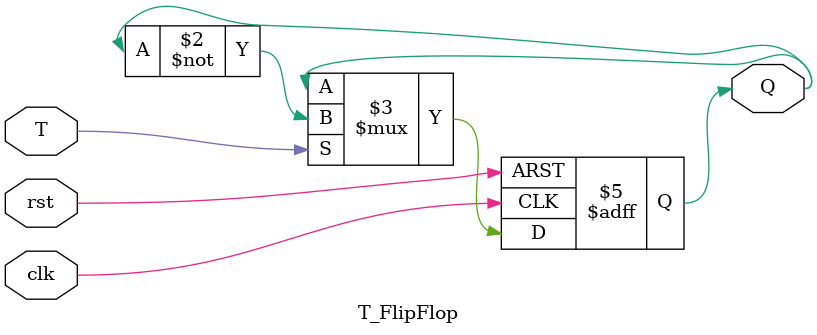
<source format=v>
module T_FlipFlop (
    input T,
    input clk,
    input rst,
    output reg Q
);
    always @(posedge clk or posedge rst) begin
        if (rst)
            Q <= 0;  // Reset Q to 0
        else if (T)
            Q <= ~Q; // Toggle the output when T is 1
    end
endmodule

</source>
